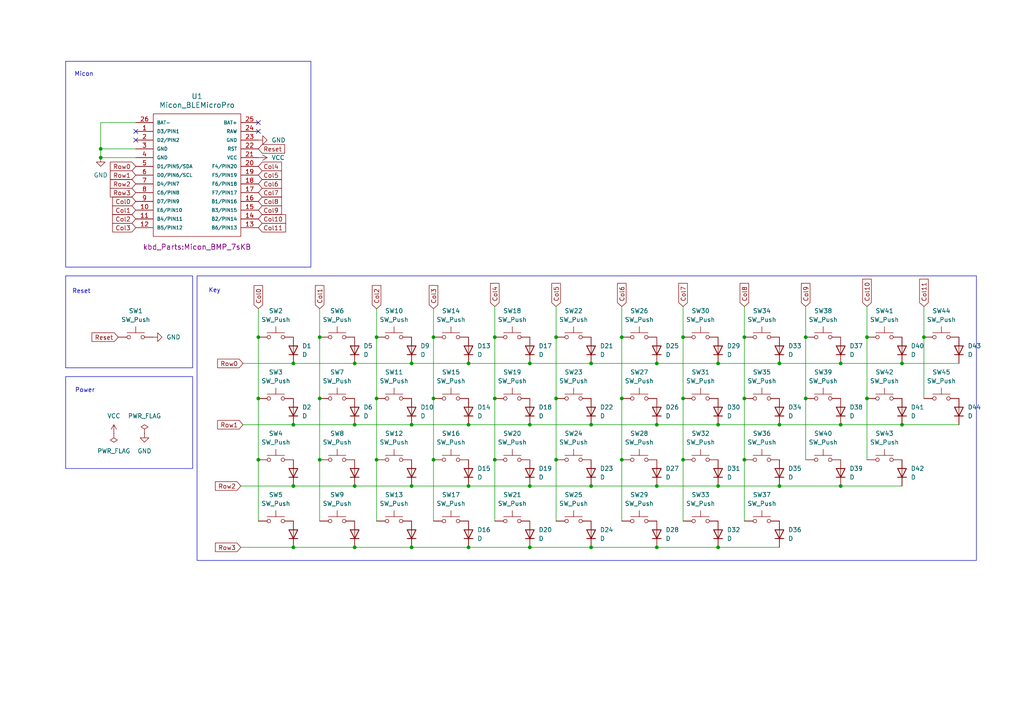
<source format=kicad_sch>
(kicad_sch (version 20231120) (generator "eeschema") (generator_version "8.0")
  (paper "A4")
  (lib_symbols
    (symbol "Device:D" (pin_numbers hide) (pin_names (offset 1.016) hide)
      (property "Reference" "D" (at 0 2.54 0))
      (property "Value" "D" (at 0 -2.54 0))
      (symbol "D_0_1"
        (polyline (pts (xy -1.27 1.27) (xy -1.27 -1.27)) (stroke (width 0.254)))
        (polyline (pts (xy 1.27 0) (xy -1.27 0)))
        (polyline (pts (xy 1.27 1.27) (xy 1.27 -1.27) (xy -1.27 0) (xy 1.27 1.27)) (stroke (width 0.254)))
      )
      (symbol "D_1_1"
        (pin passive line (at -3.81 0 0) (length 2.54) (name "K") (number "1"))
        (pin passive line (at 3.81 0 180) (length 2.54) (name "A") (number "2"))
      )
    )
    (symbol "Salicylic_kbd:Micon_BLEMicroPro" (pin_names (offset 1.016))
      (property "Reference" "U" (at 0 26.67 0))
      (property "Value" "Micon_BLEMicroPro" (at 0 -13.97 0))
      (symbol "Micon_BLEMicroPro_0_1"
        (rectangle (start 12.7 24.13) (end -12.7 -11.43))
      )
      (symbol "Micon_BLEMicroPro_1_1"
        (pin bidirectional line (at -17.78 19.05 0) (length 5.08) (name "D3/PIN1") (number "1"))
        (pin bidirectional line (at -17.78 -3.81 0) (length 5.08) (name "E6/PIN10") (number "10"))
        (pin bidirectional line (at -17.78 -6.35 0) (length 5.08) (name "B4/PIN11") (number "11"))
        (pin bidirectional line (at -17.78 -8.89 0) (length 5.08) (name "B5/PIN12") (number "12"))
        (pin bidirectional line (at 17.78 -8.89 180) (length 5.08) (name "B6/PIN13") (number "13"))
        (pin bidirectional line (at 17.78 -6.35 180) (length 5.08) (name "B2/PIN14") (number "14"))
        (pin bidirectional line (at 17.78 -3.81 180) (length 5.08) (name "B3/PIN15") (number "15"))
        (pin bidirectional line (at 17.78 -1.27 180) (length 5.08) (name "B1/PIN16") (number "16"))
        (pin bidirectional line (at 17.78 1.27 180) (length 5.08) (name "F7/PIN17") (number "17"))
        (pin bidirectional line (at 17.78 3.81 180) (length 5.08) (name "F6/PIN18") (number "18"))
        (pin bidirectional line (at 17.78 6.35 180) (length 5.08) (name "F5/PIN19") (number "19"))
        (pin bidirectional line (at -17.78 16.51 0) (length 5.08) (name "D2/PIN2") (number "2"))
        (pin bidirectional line (at 17.78 8.89 180) (length 5.08) (name "F4/PIN20") (number "20"))
        (pin power_in line (at 17.78 11.43 180) (length 5.08) (name "VCC") (number "21"))
        (pin input line (at 17.78 13.97 180) (length 5.08) (name "RST") (number "22"))
        (pin power_in line (at 17.78 16.51 180) (length 5.08) (name "GND") (number "23"))
        (pin power_out line (at 17.78 19.05 180) (length 5.08) (name "RAW") (number "24"))
        (pin input line (at 17.78 21.59 180) (length 5.08) (name "BAT+") (number "25"))
        (pin input line (at -17.78 21.59 0) (length 5.08) (name "BAT-") (number "26"))
        (pin power_in line (at -17.78 13.97 0) (length 5.08) (name "GND") (number "3"))
        (pin power_in line (at -17.78 11.43 0) (length 5.08) (name "GND") (number "4"))
        (pin bidirectional line (at -17.78 8.89 0) (length 5.08) (name "D1/PIN5/SDA") (number "5"))
        (pin bidirectional line (at -17.78 6.35 0) (length 5.08) (name "D0/PIN6/SCL") (number "6"))
        (pin bidirectional line (at -17.78 3.81 0) (length 5.08) (name "D4/PIN7") (number "7"))
        (pin bidirectional line (at -17.78 1.27 0) (length 5.08) (name "C6/PIN8") (number "8"))
        (pin bidirectional line (at -17.78 -1.27 0) (length 5.08) (name "D7/PIN9") (number "9"))
      )
    )
    (symbol "Switch:SW_Push" (pin_numbers hide) (pin_names (offset 1.016) hide)
      (property "Reference" "SW" (at 1.27 2.54 0))
      (property "Value" "SW_Push" (at 0 -1.524 0))
      (symbol "SW_Push_0_1"
        (circle (center -2.032 0) (radius 0.508))
        (polyline (pts (xy 0 1.27) (xy 0 3.048)))
        (polyline (pts (xy 2.54 1.27) (xy -2.54 1.27)))
        (circle (center 2.032 0) (radius 0.508))
        (pin passive line (at -5.08 0 0) (length 2.54) (name "1") (number "1"))
        (pin passive line (at 5.08 0 180) (length 2.54) (name "2") (number "2"))
      )
    )
    (symbol "power:GND" (power) (pin_names (offset 0))
      (property "Value" "GND" (at 0 -3.81 0))
      (symbol "GND_0_1"
        (polyline (pts (xy 0 0) (xy 0 -1.27) (xy 1.27 -1.27) (xy 0 -2.54) (xy -1.27 -1.27) (xy 0 -1.27)))
      )
      (symbol "GND_1_1"
        (pin power_in line (at 0 0 270) (length 0) hide (name "GND") (number "1"))
      )
    )
    (symbol "power:PWR_FLAG" (power) (pin_numbers hide) (pin_names (offset 0) hide)
      (property "Value" "PWR_FLAG" (at 0 3.81 0))
      (symbol "PWR_FLAG_0_0"
        (pin power_out line (at 0 0 90) (length 0) (name "pwr") (number "1"))
      )
      (symbol "PWR_FLAG_0_1"
        (polyline (pts (xy 0 0) (xy 0 1.27) (xy -1.016 1.905) (xy 0 2.54) (xy 1.016 1.905) (xy 0 1.27)))
      )
    )
    (symbol "power:VCC" (power) (pin_names (offset 0))
      (property "Value" "VCC" (at 0 3.81 0))
      (symbol "VCC_0_1"
        (polyline (pts (xy -0.762 1.27) (xy 0 2.54)))
        (polyline (pts (xy 0 0) (xy 0 2.54)))
        (polyline (pts (xy 0 2.54) (xy 0.762 1.27)))
      )
      (symbol "VCC_1_1"
        (pin power_in line (at 0 0 90) (length 0) hide (name "VCC") (number "1"))
      )
    )
  )
  (junction (at 143.51 115.57))
  (junction (at 161.29 133.35))
  (junction (at 171.45 123.19))
  (junction (at 92.71 97.79))
  (junction (at 119.38 123.19))
  (junction (at 215.9 97.79))
  (junction (at 125.73 133.35))
  (junction (at 119.38 140.97))
  (junction (at 208.28 123.19))
  (junction (at 190.5 105.41))
  (junction (at 251.46 97.79))
  (junction (at 135.89 158.75))
  (junction (at 92.71 115.57))
  (junction (at 171.45 158.75))
  (junction (at 233.68 97.79))
  (junction (at 135.89 123.19))
  (junction (at 243.84 140.97))
  (junction (at 261.62 123.19))
  (junction (at 74.93 133.35))
  (junction (at 180.34 133.35))
  (junction (at 267.97 97.79))
  (junction (at 119.38 158.75))
  (junction (at 198.12 115.57))
  (junction (at 208.28 105.41))
  (junction (at 226.06 105.41))
  (junction (at 92.71 133.35))
  (junction (at 180.34 115.57))
  (junction (at 190.5 158.75))
  (junction (at 198.12 133.35))
  (junction (at 135.89 140.97))
  (junction (at 102.87 123.19))
  (junction (at 125.73 115.57))
  (junction (at 85.09 140.97))
  (junction (at 171.45 105.41))
  (junction (at 153.67 105.41))
  (junction (at 143.51 133.35))
  (junction (at 143.51 97.79))
  (junction (at 190.5 140.97))
  (junction (at 125.73 97.79))
  (junction (at 251.46 115.57))
  (junction (at 135.89 105.41))
  (junction (at 226.06 123.19))
  (junction (at 171.45 140.97))
  (junction (at 208.28 158.75))
  (junction (at 243.84 105.41))
  (junction (at 109.22 115.57))
  (junction (at 215.9 133.35))
  (junction (at 161.29 115.57))
  (junction (at 29.21 43.18))
  (junction (at 109.22 133.35))
  (junction (at 153.67 123.19))
  (junction (at 233.68 115.57))
  (junction (at 190.5 123.19))
  (junction (at 85.09 158.75))
  (junction (at 215.9 115.57))
  (junction (at 153.67 158.75))
  (junction (at 109.22 97.79))
  (junction (at 226.06 140.97))
  (junction (at 180.34 97.79))
  (junction (at 261.62 105.41))
  (junction (at 161.29 97.79))
  (junction (at 208.28 140.97))
  (junction (at 153.67 140.97))
  (junction (at 74.93 97.79))
  (junction (at 29.21 45.72))
  (junction (at 102.87 105.41))
  (junction (at 243.84 123.19))
  (junction (at 102.87 158.75))
  (junction (at 85.09 123.19))
  (junction (at 102.87 140.97))
  (junction (at 85.09 105.41))
  (junction (at 198.12 97.79))
  (junction (at 74.93 115.57))
  (junction (at 119.38 105.41))
  (no_connect (at 74.93 35.56))
  (no_connect (at 39.37 40.64))
  (no_connect (at 39.37 38.1))
  (no_connect (at 74.93 38.1))
  (wire (pts (xy 119.38 105.41) (xy 135.89 105.41)))
  (wire (pts (xy 102.87 123.19) (xy 119.38 123.19)))
  (wire (pts (xy 171.45 158.75) (xy 190.5 158.75)))
  (wire (pts (xy 215.9 115.57) (xy 215.9 133.35)))
  (wire (pts (xy 74.93 97.79) (xy 74.93 115.57)))
  (wire (pts (xy 85.09 123.19) (xy 102.87 123.19)))
  (wire (pts (xy 190.5 105.41) (xy 208.28 105.41)))
  (wire (pts (xy 119.38 158.75) (xy 135.89 158.75)))
  (wire (pts (xy 85.09 158.75) (xy 102.87 158.75)))
  (wire (pts (xy 92.71 133.35) (xy 92.71 151.13)))
  (wire (pts (xy 119.38 140.97) (xy 135.89 140.97)))
  (wire (pts (xy 143.51 115.57) (xy 143.51 133.35)))
  (wire (pts (xy 74.93 115.57) (xy 74.93 133.35)))
  (wire (pts (xy 208.28 123.19) (xy 226.06 123.19)))
  (wire (pts (xy 109.22 89.535) (xy 109.22 97.79)))
  (wire (pts (xy 161.29 115.57) (xy 161.29 133.35)))
  (wire (pts (xy 39.37 35.56) (xy 29.21 35.56)))
  (wire (pts (xy 74.93 133.35) (xy 74.93 151.13)))
  (wire (pts (xy 171.45 105.41) (xy 190.5 105.41)))
  (wire (pts (xy 153.67 105.41) (xy 135.89 105.41)))
  (wire (pts (xy 161.29 97.79) (xy 161.29 115.57)))
  (wire (pts (xy 226.06 123.19) (xy 243.84 123.19)))
  (wire (pts (xy 215.9 88.9) (xy 215.9 97.79)))
  (wire (pts (xy 125.73 115.57) (xy 125.73 133.35)))
  (wire (pts (xy 92.71 97.79) (xy 92.71 115.57)))
  (wire (pts (xy 251.46 88.9) (xy 251.46 97.79)))
  (wire (pts (xy 143.51 133.35) (xy 143.51 151.13)))
  (wire (pts (xy 119.38 123.19) (xy 135.89 123.19)))
  (wire (pts (xy 135.89 140.97) (xy 153.67 140.97)))
  (wire (pts (xy 109.22 133.35) (xy 109.22 151.13)))
  (wire (pts (xy 190.5 123.19) (xy 208.28 123.19)))
  (wire (pts (xy 69.85 140.97) (xy 85.09 140.97)))
  (wire (pts (xy 243.84 140.97) (xy 261.62 140.97)))
  (wire (pts (xy 198.12 97.79) (xy 198.12 115.57)))
  (wire (pts (xy 215.9 97.79) (xy 215.9 115.57)))
  (wire (pts (xy 251.46 115.57) (xy 251.46 133.35)))
  (wire (pts (xy 261.62 123.19) (xy 278.13 123.19)))
  (wire (pts (xy 171.45 123.19) (xy 190.5 123.19)))
  (wire (pts (xy 102.87 105.41) (xy 119.38 105.41)))
  (wire (pts (xy 180.34 115.57) (xy 180.34 133.35)))
  (wire (pts (xy 135.89 158.75) (xy 153.67 158.75)))
  (wire (pts (xy 143.51 97.79) (xy 143.51 115.57)))
  (wire (pts (xy 243.84 123.19) (xy 261.62 123.19)))
  (wire (pts (xy 85.09 140.97) (xy 102.87 140.97)))
  (wire (pts (xy 29.21 45.72) (xy 39.37 45.72)))
  (wire (pts (xy 125.73 133.35) (xy 125.73 151.13)))
  (wire (pts (xy 190.5 140.97) (xy 208.28 140.97)))
  (wire (pts (xy 261.62 105.41) (xy 278.13 105.41)))
  (wire (pts (xy 29.21 35.56) (xy 29.21 43.18)))
  (wire (pts (xy 233.68 97.79) (xy 233.68 115.57)))
  (wire (pts (xy 143.51 88.9) (xy 143.51 97.79)))
  (wire (pts (xy 102.87 158.75) (xy 119.38 158.75)))
  (wire (pts (xy 198.12 115.57) (xy 198.12 133.35)))
  (wire (pts (xy 208.28 140.97) (xy 226.06 140.97)))
  (wire (pts (xy 85.09 105.41) (xy 102.87 105.41)))
  (wire (pts (xy 109.22 97.79) (xy 109.22 115.57)))
  (wire (pts (xy 92.71 89.535) (xy 92.71 97.79)))
  (wire (pts (xy 161.29 88.9) (xy 161.29 97.79)))
  (wire (pts (xy 161.29 133.35) (xy 161.29 151.13)))
  (wire (pts (xy 125.73 97.79) (xy 125.73 115.57)))
  (wire (pts (xy 267.97 97.79) (xy 267.97 115.57)))
  (wire (pts (xy 153.67 105.41) (xy 171.45 105.41)))
  (wire (pts (xy 198.12 88.9) (xy 198.12 97.79)))
  (wire (pts (xy 180.34 88.9) (xy 180.34 97.79)))
  (wire (pts (xy 153.67 158.75) (xy 171.45 158.75)))
  (wire (pts (xy 198.12 133.35) (xy 198.12 151.13)))
  (wire (pts (xy 92.71 115.57) (xy 92.71 133.35)))
  (wire (pts (xy 215.9 133.35) (xy 215.9 151.13)))
  (wire (pts (xy 226.06 105.41) (xy 243.84 105.41)))
  (wire (pts (xy 233.68 88.9) (xy 233.68 97.79)))
  (wire (pts (xy 190.5 158.75) (xy 208.28 158.75)))
  (wire (pts (xy 226.06 140.97) (xy 243.84 140.97)))
  (wire (pts (xy 125.73 89.535) (xy 125.73 97.79)))
  (wire (pts (xy 180.34 133.35) (xy 180.34 151.13)))
  (wire (pts (xy 74.93 89.535) (xy 74.93 97.79)))
  (wire (pts (xy 29.21 43.18) (xy 39.37 43.18)))
  (wire (pts (xy 153.67 123.19) (xy 171.45 123.19)))
  (wire (pts (xy 267.97 88.9) (xy 267.97 97.79)))
  (wire (pts (xy 69.85 158.75) (xy 85.09 158.75)))
  (wire (pts (xy 208.28 158.75) (xy 226.06 158.75)))
  (wire (pts (xy 153.67 140.97) (xy 171.45 140.97)))
  (wire (pts (xy 233.68 115.57) (xy 233.68 133.35)))
  (wire (pts (xy 29.21 43.18) (xy 29.21 45.72)))
  (wire (pts (xy 243.84 105.41) (xy 261.62 105.41)))
  (wire (pts (xy 70.485 123.19) (xy 85.09 123.19)))
  (wire (pts (xy 171.45 140.97) (xy 190.5 140.97)))
  (wire (pts (xy 135.89 123.19) (xy 153.67 123.19)))
  (wire (pts (xy 109.22 115.57) (xy 109.22 133.35)))
  (wire (pts (xy 102.87 140.97) (xy 119.38 140.97)))
  (wire (pts (xy 251.46 97.79) (xy 251.46 115.57)))
  (wire (pts (xy 70.485 105.41) (xy 85.09 105.41)))
  (wire (pts (xy 208.28 105.41) (xy 226.06 105.41)))
  (wire (pts (xy 180.34 97.79) (xy 180.34 115.57)))
  (rectangle (start 19.05 80.01) (end 55.88 106.68))
  (rectangle (start 19.05 109.22) (end 55.88 135.89))
  (rectangle (start 57.15 80.01) (end 283.21 162.56))
  (rectangle (start 19.05 17.78) (end 90.17 77.47))
  (text "Power" (at 24.638 113.284 0) (effects (font (size 1.27 1.27))))
  (text "Micon" (at 24.384 21.59 0) (effects (font (size 1.27 1.27))))
  (text "Reset" (at 23.622 84.582 0) (effects (font (size 1.27 1.27))))
  (text "Key" (at 62.23 84.328 0) (effects (font (size 1.27 1.27))))
  (global_label "Col1" (shape input) (at 39.37 60.96 180) (property "Intersheetrefs" "${INTERSHEET_REFS}" (effects (hide yes))))
  (global_label "Col10" (shape input) (at 251.46 88.9 90) (property "Intersheetrefs" "${INTERSHEET_REFS}" (effects (hide yes))))
  (global_label "Row3" (shape input) (at 39.37 55.88 180) (property "Intersheetrefs" "${INTERSHEET_REFS}" (effects (hide yes))))
  (global_label "Col8" (shape input) (at 215.9 88.9 90) (property "Intersheetrefs" "${INTERSHEET_REFS}" (effects (hide yes))))
  (global_label "Col2" (shape input) (at 39.37 63.5 180) (property "Intersheetrefs" "${INTERSHEET_REFS}" (effects (hide yes))))
  (global_label "Row3" (shape input) (at 69.85 158.75 180) (property "Intersheetrefs" "${INTERSHEET_REFS}" (effects (hide yes))))
  (global_label "Col6" (shape input) (at 74.93 53.34 0) (property "Intersheetrefs" "${INTERSHEET_REFS}" (effects (hide yes))))
  (global_label "Col6" (shape input) (at 180.34 88.9 90) (property "Intersheetrefs" "${INTERSHEET_REFS}" (effects (hide yes))))
  (global_label "Row2" (shape input) (at 39.37 53.34 180) (property "Intersheetrefs" "${INTERSHEET_REFS}" (effects (hide yes))))
  (global_label "Col4" (shape input) (at 143.51 88.9 90) (property "Intersheetrefs" "${INTERSHEET_REFS}" (effects (hide yes))))
  (global_label "Row1" (shape input) (at 70.485 123.19 180) (property "Intersheetrefs" "${INTERSHEET_REFS}" (effects (hide yes))))
  (global_label "Row0" (shape input) (at 70.485 105.41 180) (property "Intersheetrefs" "${INTERSHEET_REFS}" (effects (hide yes))))
  (global_label "Col0" (shape input) (at 74.93 89.535 90) (property "Intersheetrefs" "${INTERSHEET_REFS}" (effects (hide yes))))
  (global_label "Col5" (shape input) (at 161.29 88.9 90) (property "Intersheetrefs" "${INTERSHEET_REFS}" (effects (hide yes))))
  (global_label "Col11" (shape input) (at 74.93 66.04 0) (property "Intersheetrefs" "${INTERSHEET_REFS}" (effects (hide yes))))
  (global_label "Col3" (shape input) (at 125.73 89.535 90) (property "Intersheetrefs" "${INTERSHEET_REFS}" (effects (hide yes))))
  (global_label "Col2" (shape input) (at 109.22 89.535 90) (property "Intersheetrefs" "${INTERSHEET_REFS}" (effects (hide yes))))
  (global_label "Col7" (shape input) (at 198.12 88.9 90) (property "Intersheetrefs" "${INTERSHEET_REFS}" (effects (hide yes))))
  (global_label "Col9" (shape input) (at 233.68 88.9 90) (property "Intersheetrefs" "${INTERSHEET_REFS}" (effects (hide yes))))
  (global_label "Col3" (shape input) (at 39.37 66.04 180) (property "Intersheetrefs" "${INTERSHEET_REFS}" (effects (hide yes))))
  (global_label "Row1" (shape input) (at 39.37 50.8 180) (property "Intersheetrefs" "${INTERSHEET_REFS}" (effects (hide yes))))
  (global_label "Col1" (shape input) (at 92.71 89.535 90) (property "Intersheetrefs" "${INTERSHEET_REFS}" (effects (hide yes))))
  (global_label "Row2" (shape input) (at 69.85 140.97 180) (property "Intersheetrefs" "${INTERSHEET_REFS}" (effects (hide yes))))
  (global_label "Row0" (shape input) (at 39.37 48.26 180) (property "Intersheetrefs" "${INTERSHEET_REFS}" (effects (hide yes))))
  (global_label "Col4" (shape input) (at 74.93 48.26 0) (property "Intersheetrefs" "${INTERSHEET_REFS}" (effects (hide yes))))
  (global_label "Col5" (shape input) (at 74.93 50.8 0) (property "Intersheetrefs" "${INTERSHEET_REFS}" (effects (hide yes))))
  (global_label "Col9" (shape input) (at 74.93 60.96 0) (property "Intersheetrefs" "${INTERSHEET_REFS}" (effects (hide yes))))
  (global_label "Col7" (shape input) (at 74.93 55.88 0) (property "Intersheetrefs" "${INTERSHEET_REFS}" (effects (hide yes))))
  (global_label "Col0" (shape input) (at 39.37 58.42 180) (property "Intersheetrefs" "${INTERSHEET_REFS}" (effects (hide yes))))
  (global_label "Col8" (shape input) (at 74.93 58.42 0) (property "Intersheetrefs" "${INTERSHEET_REFS}" (effects (hide yes))))
  (global_label "Reset" (shape input) (at 74.93 43.18 0) (property "Intersheetrefs" "${INTERSHEET_REFS}" (effects (hide yes))))
  (global_label "Col11" (shape input) (at 267.97 88.9 90) (property "Intersheetrefs" "${INTERSHEET_REFS}" (effects (hide yes))))
  (global_label "Reset" (shape input) (at 34.29 97.79 180) (property "Intersheetrefs" "${INTERSHEET_REFS}" (effects (hide yes))))
  (global_label "Col10" (shape input) (at 74.93 63.5 0) (property "Intersheetrefs" "${INTERSHEET_REFS}" (effects (hide yes))))
  (symbol (lib_id "power:GND") (at 74.93 40.64 90) (unit 1)
    (property "Reference" "#PWR05" (effects (hide yes)))
    (property "Value" "GND" (at 78.74 40.64 90) (effects (justify right)))
  )
  (symbol (lib_id "Switch:SW_Push") (at 80.01 97.79 0) (unit 1)
    (property "Reference" "SW2" (at 80.01 90.17 0))
    (property "Value" "SW_Push" (at 80.01 92.71 0))
    (property "Footprint" "kbd_SW:CherryMX_Hotswap_1u" (effects (hide yes)))
  )
  (symbol (lib_id "Device:D") (at 190.5 101.6 90) (unit 1)
    (property "Reference" "D25" (at 193.04 100.33 90) (effects (justify right)))
    (property "Value" "D" (at 193.04 102.87 90) (effects (justify right)))
    (property "Footprint" "kbd_Parts:Diode_SMD" (effects (hide yes)))
    (property "Sim.Device" "D" (effects (hide yes)))
    (property "Sim.Pins" "1=K 2=A" (effects (hide yes)))
  )
  (symbol (lib_id "Switch:SW_Push") (at 130.81 133.35 0) (unit 1)
    (property "Reference" "SW16" (at 130.81 125.73 0))
    (property "Value" "SW_Push" (at 130.81 128.27 0))
    (property "Footprint" "kbd_SW:CherryMX_Hotswap_1u" (effects (hide yes)))
  )
  (symbol (lib_id "Switch:SW_Push") (at 256.54 97.79 0) (unit 1)
    (property "Reference" "SW41" (at 256.54 90.17 0))
    (property "Value" "SW_Push" (at 256.54 92.71 0))
    (property "Footprint" "kbd_SW:CherryMX_Hotswap_1u" (effects (hide yes)))
  )
  (symbol (lib_id "Device:D") (at 171.45 154.94 90) (unit 1)
    (property "Reference" "D24" (at 173.99 153.67 90) (effects (justify right)))
    (property "Value" "D" (at 173.99 156.21 90) (effects (justify right)))
    (property "Footprint" "kbd_Parts:Diode_SMD" (effects (hide yes)))
    (property "Sim.Device" "D" (effects (hide yes)))
    (property "Sim.Pins" "1=K 2=A" (effects (hide yes)))
  )
  (symbol (lib_id "power:PWR_FLAG") (at 33.02 125.73 180) (unit 1)
    (property "Reference" "#FLG01" (effects (hide yes)))
    (property "Value" "PWR_FLAG" (at 33.02 130.81 0))
  )
  (symbol (lib_id "Device:D") (at 208.28 119.38 90) (unit 1)
    (property "Reference" "D30" (at 210.82 118.11 90) (effects (justify right)))
    (property "Value" "D" (at 210.82 120.65 90) (effects (justify right)))
    (property "Footprint" "kbd_Parts:Diode_SMD" (effects (hide yes)))
    (property "Sim.Device" "D" (effects (hide yes)))
    (property "Sim.Pins" "1=K 2=A" (effects (hide yes)))
  )
  (symbol (lib_id "Device:D") (at 102.87 101.6 90) (unit 1)
    (property "Reference" "D5" (at 105.41 100.33 90) (effects (justify right)))
    (property "Value" "D" (at 105.41 102.87 90) (effects (justify right)))
    (property "Footprint" "kbd_Parts:Diode_SMD" (effects (hide yes)))
    (property "Sim.Device" "D" (effects (hide yes)))
    (property "Sim.Pins" "1=K 2=A" (effects (hide yes)))
  )
  (symbol (lib_id "Switch:SW_Push") (at 185.42 151.13 0) (unit 1)
    (property "Reference" "SW29" (at 185.42 143.51 0))
    (property "Value" "SW_Push" (at 185.42 146.05 0))
    (property "Footprint" "kbd_SW:CherryMX_Hotswap_1.25u" (effects (hide yes)))
  )
  (symbol (lib_id "Switch:SW_Push") (at 114.3 115.57 0) (unit 1)
    (property "Reference" "SW11" (at 114.3 107.95 0))
    (property "Value" "SW_Push" (at 114.3 110.49 0))
    (property "Footprint" "kbd_SW:CherryMX_Hotswap_1u" (effects (hide yes)))
  )
  (symbol (lib_id "Device:D") (at 208.28 101.6 90) (unit 1)
    (property "Reference" "D29" (at 210.82 100.33 90) (effects (justify right)))
    (property "Value" "D" (at 210.82 102.87 90) (effects (justify right)))
    (property "Footprint" "kbd_Parts:Diode_SMD" (effects (hide yes)))
    (property "Sim.Device" "D" (effects (hide yes)))
    (property "Sim.Pins" "1=K 2=A" (effects (hide yes)))
  )
  (symbol (lib_id "Switch:SW_Push") (at 220.98 133.35 0) (unit 1)
    (property "Reference" "SW36" (at 220.98 125.73 0))
    (property "Value" "SW_Push" (at 220.98 128.27 0))
    (property "Footprint" "kbd_SW:CherryMX_Hotswap_1u" (effects (hide yes)))
  )
  (symbol (lib_id "Device:D") (at 119.38 137.16 90) (unit 1)
    (property "Reference" "D11" (effects (hide yes)))
    (property "Value" "D" (effects (hide yes)))
    (property "Footprint" "kbd_Parts:Diode_SMD" (effects (hide yes)))
    (property "Sim.Device" "D" (effects (hide yes)))
    (property "Sim.Pins" "1=K 2=A" (effects (hide yes)))
  )
  (symbol (lib_id "Device:D") (at 135.89 119.38 90) (unit 1)
    (property "Reference" "D14" (at 138.43 118.11 90) (effects (justify right)))
    (property "Value" "D" (at 138.43 120.65 90) (effects (justify right)))
    (property "Footprint" "kbd_Parts:Diode_SMD" (effects (hide yes)))
    (property "Sim.Device" "D" (effects (hide yes)))
    (property "Sim.Pins" "1=K 2=A" (effects (hide yes)))
  )
  (symbol (lib_id "Device:D") (at 85.09 101.6 90) (unit 1)
    (property "Reference" "D1" (at 87.63 100.33 90) (effects (justify right)))
    (property "Value" "D" (at 87.63 102.87 90) (effects (justify right)))
    (property "Footprint" "kbd_Parts:Diode_SMD" (effects (hide yes)))
    (property "Sim.Device" "D" (effects (hide yes)))
    (property "Sim.Pins" "1=K 2=A" (effects (hide yes)))
  )
  (symbol (lib_id "Device:D") (at 135.89 154.94 90) (unit 1)
    (property "Reference" "D16" (at 138.43 153.67 90) (effects (justify right)))
    (property "Value" "D" (at 138.43 156.21 90) (effects (justify right)))
    (property "Footprint" "kbd_Parts:Diode_SMD" (effects (hide yes)))
    (property "Sim.Device" "D" (effects (hide yes)))
    (property "Sim.Pins" "1=K 2=A" (effects (hide yes)))
  )
  (symbol (lib_id "Switch:SW_Push") (at 166.37 151.13 0) (unit 1)
    (property "Reference" "SW25" (at 166.37 143.51 0))
    (property "Value" "SW_Push" (at 166.37 146.05 0))
    (property "Footprint" "kbd_SW:CherryMX_Hotswap_2u" (effects (hide yes)))
  )
  (symbol (lib_id "Switch:SW_Push") (at 148.59 115.57 0) (unit 1)
    (property "Reference" "SW19" (at 148.59 107.95 0))
    (property "Value" "SW_Push" (at 148.59 110.49 0))
    (property "Footprint" "kbd_SW:CherryMX_Hotswap_1u" (effects (hide yes)))
  )
  (symbol (lib_id "Device:D") (at 243.84 119.38 90) (unit 1)
    (property "Reference" "D38" (at 246.38 118.11 90) (effects (justify right)))
    (property "Value" "D" (at 246.38 120.65 90) (effects (justify right)))
    (property "Footprint" "kbd_Parts:Diode_SMD" (effects (hide yes)))
    (property "Sim.Device" "D" (effects (hide yes)))
    (property "Sim.Pins" "1=K 2=A" (effects (hide yes)))
  )
  (symbol (lib_id "Switch:SW_Push") (at 238.76 97.79 0) (unit 1)
    (property "Reference" "SW38" (at 238.76 90.17 0))
    (property "Value" "SW_Push" (at 238.76 92.71 0))
    (property "Footprint" "kbd_SW:CherryMX_Hotswap_1u" (effects (hide yes)))
  )
  (symbol (lib_id "Device:D") (at 226.06 154.94 90) (unit 1)
    (property "Reference" "D36" (at 228.6 153.67 90) (effects (justify right)))
    (property "Value" "D" (at 228.6 156.21 90) (effects (justify right)))
    (property "Footprint" "kbd_Parts:Diode_SMD" (effects (hide yes)))
    (property "Sim.Device" "D" (effects (hide yes)))
    (property "Sim.Pins" "1=K 2=A" (effects (hide yes)))
  )
  (symbol (lib_id "Device:D") (at 190.5 154.94 90) (unit 1)
    (property "Reference" "D28" (at 193.04 153.67 90) (effects (justify right)))
    (property "Value" "D" (at 193.04 156.21 90) (effects (justify right)))
    (property "Footprint" "kbd_Parts:Diode_SMD" (effects (hide yes)))
    (property "Sim.Device" "D" (effects (hide yes)))
    (property "Sim.Pins" "1=K 2=A" (effects (hide yes)))
  )
  (symbol (lib_id "Switch:SW_Push") (at 97.79 151.13 0) (unit 1)
    (property "Reference" "SW9" (at 97.79 143.51 0))
    (property "Value" "SW_Push" (at 97.79 146.05 0))
    (property "Footprint" "kbd_SW:CherryMX_Hotswap_1.25u" (effects (hide yes)))
  )
  (symbol (lib_id "Switch:SW_Push") (at 238.76 133.35 0) (unit 1)
    (property "Reference" "SW40" (at 238.76 125.73 0))
    (property "Value" "SW_Push" (at 238.76 128.27 0))
    (property "Footprint" "kbd_SW:CherryMX_Hotswap_1u" (effects (hide yes)))
  )
  (symbol (lib_id "Switch:SW_Push") (at 97.79 115.57 0) (unit 1)
    (property "Reference" "SW7" (at 97.79 107.95 0))
    (property "Value" "SW_Push" (at 97.79 110.49 0))
    (property "Footprint" "kbd_SW:CherryMX_Hotswap_1u" (effects (hide yes)))
  )
  (symbol (lib_id "Switch:SW_Push") (at 185.42 115.57 0) (unit 1)
    (property "Reference" "SW27" (at 185.42 107.95 0))
    (property "Value" "SW_Push" (at 185.42 110.49 0))
    (property "Footprint" "kbd_SW:CherryMX_Hotswap_1u" (effects (hide yes)))
  )
  (symbol (lib_id "Device:D") (at 243.84 137.16 90) (unit 1)
    (property "Reference" "D39" (at 246.38 135.89 90) (effects (justify right)))
    (property "Value" "D" (at 246.38 138.43 90) (effects (justify right)))
    (property "Footprint" "kbd_Parts:Diode_SMD" (effects (hide yes)))
    (property "Sim.Device" "D" (effects (hide yes)))
    (property "Sim.Pins" "1=K 2=A" (effects (hide yes)))
  )
  (symbol (lib_id "power:GND") (at 44.45 97.79 90) (unit 1)
    (property "Reference" "#PWR04" (effects (hide yes)))
    (property "Value" "GND" (at 48.26 97.79 90) (effects (justify right)))
  )
  (symbol (lib_id "Device:D") (at 190.5 119.38 90) (unit 1)
    (property "Reference" "D26" (at 193.04 118.11 90) (effects (justify right)))
    (property "Value" "D" (at 193.04 120.65 90) (effects (justify right)))
    (property "Footprint" "kbd_Parts:Diode_SMD" (effects (hide yes)))
    (property "Sim.Device" "D" (effects (hide yes)))
    (property "Sim.Pins" "1=K 2=A" (effects (hide yes)))
  )
  (symbol (lib_id "Switch:SW_Push") (at 185.42 97.79 0) (unit 1)
    (property "Reference" "SW26" (at 185.42 90.17 0))
    (property "Value" "SW_Push" (at 185.42 92.71 0))
    (property "Footprint" "kbd_SW:CherryMX_Hotswap_1u" (effects (hide yes)))
  )
  (symbol (lib_id "Switch:SW_Push") (at 166.37 97.79 0) (unit 1)
    (property "Reference" "SW22" (at 166.37 90.17 0))
    (property "Value" "SW_Push" (at 166.37 92.71 0))
    (property "Footprint" "kbd_SW:CherryMX_Hotswap_1u" (effects (hide yes)))
  )
  (symbol (lib_id "Switch:SW_Push") (at 148.59 97.79 0) (unit 1)
    (property "Reference" "SW18" (at 148.59 90.17 0))
    (property "Value" "SW_Push" (at 148.59 92.71 0))
    (property "Footprint" "kbd_SW:CherryMX_Hotswap_1u" (effects (hide yes)))
  )
  (symbol (lib_id "Switch:SW_Push") (at 148.59 133.35 0) (unit 1)
    (property "Reference" "SW20" (at 148.59 125.73 0))
    (property "Value" "SW_Push" (at 148.59 128.27 0))
    (property "Footprint" "kbd_SW:CherryMX_Hotswap_1u" (effects (hide yes)))
  )
  (symbol (lib_id "Device:D") (at 102.87 154.94 90) (unit 1)
    (property "Reference" "D8" (effects (hide yes)))
    (property "Value" "D" (effects (hide yes)))
    (property "Footprint" "kbd_Parts:Diode_SMD" (effects (hide yes)))
    (property "Sim.Device" "D" (effects (hide yes)))
    (property "Sim.Pins" "1=K 2=A" (effects (hide yes)))
  )
  (symbol (lib_id "Device:D") (at 171.45 119.38 90) (unit 1)
    (property "Reference" "D22" (at 173.99 118.11 90) (effects (justify right)))
    (property "Value" "D" (at 173.99 120.65 90) (effects (justify right)))
    (property "Footprint" "kbd_Parts:Diode_SMD" (effects (hide yes)))
    (property "Sim.Device" "D" (effects (hide yes)))
    (property "Sim.Pins" "1=K 2=A" (effects (hide yes)))
  )
  (symbol (lib_id "Device:D") (at 102.87 119.38 90) (unit 1)
    (property "Reference" "D6" (at 105.41 118.11 90) (effects (justify right)))
    (property "Value" "D" (at 105.41 120.65 90) (effects (justify right)))
    (property "Footprint" "kbd_Parts:Diode_SMD" (effects (hide yes)))
    (property "Sim.Device" "D" (effects (hide yes)))
    (property "Sim.Pins" "1=K 2=A" (effects (hide yes)))
  )
  (symbol (lib_id "Switch:SW_Push") (at 148.59 151.13 0) (unit 1)
    (property "Reference" "SW21" (at 148.59 143.51 0))
    (property "Value" "SW_Push" (at 148.59 146.05 0))
    (property "Footprint" "kbd_SW:CherryMX_Hotswap_1u" (effects (hide yes)))
  )
  (symbol (lib_id "Switch:SW_Push") (at 273.05 97.79 0) (unit 1)
    (property "Reference" "SW44" (at 273.05 90.17 0))
    (property "Value" "SW_Push" (at 273.05 92.71 0))
    (property "Footprint" "kbd_SW:CherryMX_Hotswap_1.5u" (effects (hide yes)))
  )
  (symbol (lib_id "Device:D") (at 85.09 154.94 90) (unit 1)
    (property "Reference" "D4" (effects (hide yes)))
    (property "Value" "D" (effects (hide yes)))
    (property "Footprint" "kbd_Parts:Diode_SMD" (effects (hide yes)))
    (property "Sim.Device" "D" (effects (hide yes)))
    (property "Sim.Pins" "1=K 2=A" (effects (hide yes)))
  )
  (symbol (lib_id "Device:D") (at 278.13 101.6 90) (unit 1)
    (property "Reference" "D43" (at 280.67 100.33 90) (effects (justify right)))
    (property "Value" "D" (at 280.67 102.87 90) (effects (justify right)))
    (property "Footprint" "kbd_Parts:Diode_SMD" (effects (hide yes)))
    (property "Sim.Device" "D" (effects (hide yes)))
    (property "Sim.Pins" "1=K 2=A" (effects (hide yes)))
  )
  (symbol (lib_id "Switch:SW_Push") (at 80.01 115.57 0) (unit 1)
    (property "Reference" "SW3" (at 80.01 107.95 0))
    (property "Value" "SW_Push" (at 80.01 110.49 0))
    (property "Footprint" "kbd_SW:CherryMX_Hotswap_1.25u" (effects (hide yes)))
  )
  (symbol (lib_id "Switch:SW_Push") (at 203.2 133.35 0) (unit 1)
    (property "Reference" "SW32" (at 203.2 125.73 0))
    (property "Value" "SW_Push" (at 203.2 128.27 0))
    (property "Footprint" "kbd_SW:CherryMX_Hotswap_1u" (effects (hide yes)))
  )
  (symbol (lib_id "power:PWR_FLAG") (at 41.91 125.73 0) (unit 1)
    (property "Reference" "#FLG02" (effects (hide yes)))
    (property "Value" "PWR_FLAG" (at 41.91 120.65 0))
  )
  (symbol (lib_id "Device:D") (at 85.09 119.38 90) (unit 1)
    (property "Reference" "D2" (at 87.63 118.11 90) (effects (justify right)))
    (property "Value" "D" (at 87.63 120.65 90) (effects (justify right)))
    (property "Footprint" "kbd_Parts:Diode_SMD" (effects (hide yes)))
    (property "Sim.Device" "D" (effects (hide yes)))
    (property "Sim.Pins" "1=K 2=A" (effects (hide yes)))
  )
  (symbol (lib_id "power:VCC") (at 33.02 125.73 0) (unit 1)
    (property "Reference" "#PWR02" (effects (hide yes)))
    (property "Value" "VCC" (at 33.02 120.65 0))
  )
  (symbol (lib_id "Device:D") (at 85.09 137.16 90) (unit 1)
    (property "Reference" "D3" (effects (hide yes)))
    (property "Value" "D" (effects (hide yes)))
    (property "Footprint" "kbd_Parts:Diode_SMD" (effects (hide yes)))
    (property "Sim.Device" "D" (effects (hide yes)))
    (property "Sim.Pins" "1=K 2=A" (effects (hide yes)))
  )
  (symbol (lib_id "Device:D") (at 102.87 137.16 90) (unit 1)
    (property "Reference" "D7" (effects (hide yes)))
    (property "Value" "D" (effects (hide yes)))
    (property "Footprint" "kbd_Parts:Diode_SMD" (effects (hide yes)))
    (property "Sim.Device" "D" (effects (hide yes)))
    (property "Sim.Pins" "1=K 2=A" (effects (hide yes)))
  )
  (symbol (lib_id "Switch:SW_Push") (at 114.3 151.13 0) (unit 1)
    (property "Reference" "SW13" (at 114.3 143.51 0))
    (property "Value" "SW_Push" (at 114.3 146.05 0))
    (property "Footprint" "kbd_SW:CherryMX_Hotswap_1.25u" (effects (hide yes)))
  )
  (symbol (lib_id "Device:D") (at 226.06 101.6 90) (unit 1)
    (property "Reference" "D33" (at 228.6 100.33 90) (effects (justify right)))
    (property "Value" "D" (at 228.6 102.87 90) (effects (justify right)))
    (property "Footprint" "kbd_Parts:Diode_SMD" (effects (hide yes)))
    (property "Sim.Device" "D" (effects (hide yes)))
    (property "Sim.Pins" "1=K 2=A" (effects (hide yes)))
  )
  (symbol (lib_id "Switch:SW_Push") (at 203.2 115.57 0) (unit 1)
    (property "Reference" "SW31" (at 203.2 107.95 0))
    (property "Value" "SW_Push" (at 203.2 110.49 0))
    (property "Footprint" "kbd_SW:CherryMX_Hotswap_1u" (effects (hide yes)))
  )
  (symbol (lib_id "Device:D") (at 153.67 119.38 90) (unit 1)
    (property "Reference" "D18" (at 156.21 118.11 90) (effects (justify right)))
    (property "Value" "D" (at 156.21 120.65 90) (effects (justify right)))
    (property "Footprint" "kbd_Parts:Diode_SMD" (effects (hide yes)))
    (property "Sim.Device" "D" (effects (hide yes)))
    (property "Sim.Pins" "1=K 2=A" (effects (hide yes)))
  )
  (symbol (lib_id "Switch:SW_Push") (at 185.42 133.35 0) (unit 1)
    (property "Reference" "SW28" (at 185.42 125.73 0))
    (property "Value" "SW_Push" (at 185.42 128.27 0))
    (property "Footprint" "kbd_SW:CherryMX_Hotswap_1u" (effects (hide yes)))
  )
  (symbol (lib_id "Device:D") (at 153.67 154.94 90) (unit 1)
    (property "Reference" "D20" (at 156.21 153.67 90) (effects (justify right)))
    (property "Value" "D" (at 156.21 156.21 90) (effects (justify right)))
    (property "Footprint" "kbd_Parts:Diode_SMD" (effects (hide yes)))
    (property "Sim.Device" "D" (effects (hide yes)))
    (property "Sim.Pins" "1=K 2=A" (effects (hide yes)))
  )
  (symbol (lib_id "Switch:SW_Push") (at 273.05 115.57 0) (unit 1)
    (property "Reference" "SW45" (at 273.05 107.95 0))
    (property "Value" "SW_Push" (at 273.05 110.49 0))
    (property "Footprint" "kbd_SW:CherryMX_Hotswap_1.25u" (effects (hide yes)))
  )
  (symbol (lib_id "power:GND") (at 29.21 45.72 0) (unit 1)
    (property "Reference" "#PWR01" (effects (hide yes)))
    (property "Value" "GND" (at 29.21 50.8 0))
  )
  (symbol (lib_id "Device:D") (at 208.28 154.94 90) (unit 1)
    (property "Reference" "D32" (at 210.82 153.67 90) (effects (justify right)))
    (property "Value" "D" (at 210.82 156.21 90) (effects (justify right)))
    (property "Footprint" "kbd_Parts:Diode_SMD" (effects (hide yes)))
    (property "Sim.Device" "D" (effects (hide yes)))
    (property "Sim.Pins" "1=K 2=A" (effects (hide yes)))
  )
  (symbol (lib_id "Switch:SW_Push") (at 114.3 97.79 0) (unit 1)
    (property "Reference" "SW10" (at 114.3 90.17 0))
    (property "Value" "SW_Push" (at 114.3 92.71 0))
    (property "Footprint" "kbd_SW:CherryMX_Hotswap_1u" (effects (hide yes)))
  )
  (symbol (lib_id "Device:D") (at 226.06 137.16 90) (unit 1)
    (property "Reference" "D35" (at 228.6 135.89 90) (effects (justify right)))
    (property "Value" "D" (at 228.6 138.43 90) (effects (justify right)))
    (property "Footprint" "kbd_Parts:Diode_SMD" (effects (hide yes)))
    (property "Sim.Device" "D" (effects (hide yes)))
    (property "Sim.Pins" "1=K 2=A" (effects (hide yes)))
  )
  (symbol (lib_id "Device:D") (at 153.67 137.16 90) (unit 1)
    (property "Reference" "D19" (at 156.21 135.89 90) (effects (justify right)))
    (property "Value" "D" (at 156.21 138.43 90) (effects (justify right)))
    (property "Footprint" "kbd_Parts:Diode_SMD" (effects (hide yes)))
    (property "Sim.Device" "D" (effects (hide yes)))
    (property "Sim.Pins" "1=K 2=A" (effects (hide yes)))
  )
  (symbol (lib_id "Device:D") (at 190.5 137.16 90) (unit 1)
    (property "Reference" "D27" (at 193.04 135.89 90) (effects (justify right)))
    (property "Value" "D" (at 193.04 138.43 90) (effects (justify right)))
    (property "Footprint" "kbd_Parts:Diode_SMD" (effects (hide yes)))
    (property "Sim.Device" "D" (effects (hide yes)))
    (property "Sim.Pins" "1=K 2=A" (effects (hide yes)))
  )
  (symbol (lib_id "Device:D") (at 278.13 119.38 90) (unit 1)
    (property "Reference" "D44" (at 280.67 118.11 90) (effects (justify right)))
    (property "Value" "D" (at 280.67 120.65 90) (effects (justify right)))
    (property "Footprint" "kbd_Parts:Diode_SMD" (effects (hide yes)))
    (property "Sim.Device" "D" (effects (hide yes)))
    (property "Sim.Pins" "1=K 2=A" (effects (hide yes)))
  )
  (symbol (lib_id "Device:D") (at 119.38 119.38 90) (unit 1)
    (property "Reference" "D10" (at 121.92 118.11 90) (effects (justify right)))
    (property "Value" "D" (at 121.92 120.65 90) (effects (justify right)))
    (property "Footprint" "kbd_Parts:Diode_SMD" (effects (hide yes)))
    (property "Sim.Device" "D" (effects (hide yes)))
    (property "Sim.Pins" "1=K 2=A" (effects (hide yes)))
  )
  (symbol (lib_id "Switch:SW_Push") (at 203.2 97.79 0) (unit 1)
    (property "Reference" "SW30" (at 203.2 90.17 0))
    (property "Value" "SW_Push" (at 203.2 92.71 0))
    (property "Footprint" "kbd_SW:CherryMX_Hotswap_1u" (effects (hide yes)))
  )
  (symbol (lib_id "Switch:SW_Push") (at 238.76 115.57 0) (unit 1)
    (property "Reference" "SW39" (at 238.76 107.95 0))
    (property "Value" "SW_Push" (at 238.76 110.49 0))
    (property "Footprint" "kbd_SW:CherryMX_Hotswap_1u" (effects (hide yes)))
  )
  (symbol (lib_id "Device:D") (at 261.62 119.38 90) (unit 1)
    (property "Reference" "D41" (at 264.16 118.11 90) (effects (justify right)))
    (property "Value" "D" (at 264.16 120.65 90) (effects (justify right)))
    (property "Footprint" "kbd_Parts:Diode_SMD" (effects (hide yes)))
    (property "Sim.Device" "D" (effects (hide yes)))
    (property "Sim.Pins" "1=K 2=A" (effects (hide yes)))
  )
  (symbol (lib_id "Switch:SW_Push") (at 80.01 133.35 0) (unit 1)
    (property "Reference" "SW4" (at 80.01 125.73 0))
    (property "Value" "SW_Push" (at 80.01 128.27 0))
    (property "Footprint" "kbd_SW:CherryMX_Hotswap_1.75u" (effects (hide yes)))
  )
  (symbol (lib_id "Switch:SW_Push") (at 39.37 97.79 0) (unit 1)
    (property "Reference" "SW1" (at 39.37 90.17 0))
    (property "Value" "SW_Push" (at 39.37 92.71 0))
    (property "Footprint" "kbd_Parts:ResetSW" (effects (hide yes)))
  )
  (symbol (lib_id "Switch:SW_Push") (at 256.54 133.35 0) (unit 1)
    (property "Reference" "SW43" (at 256.54 125.73 0))
    (property "Value" "SW_Push" (at 256.54 128.27 0))
    (property "Footprint" "kbd_SW:CherryMX_Hotswap_1.75u" (effects (hide yes)))
  )
  (symbol (lib_id "Device:D") (at 171.45 137.16 90) (unit 1)
    (property "Reference" "D23" (at 173.99 135.89 90) (effects (justify right)))
    (property "Value" "D" (at 173.99 138.43 90) (effects (justify right)))
    (property "Footprint" "kbd_Parts:Diode_SMD" (effects (hide yes)))
    (property "Sim.Device" "D" (effects (hide yes)))
    (property "Sim.Pins" "1=K 2=A" (effects (hide yes)))
  )
  (symbol (lib_id "Switch:SW_Push") (at 220.98 97.79 0) (unit 1)
    (property "Reference" "SW34" (at 220.98 90.17 0))
    (property "Value" "SW_Push" (at 220.98 92.71 0))
    (property "Footprint" "kbd_SW:CherryMX_Hotswap_1u" (effects (hide yes)))
  )
  (symbol (lib_id "Switch:SW_Push") (at 220.98 151.13 0) (unit 1)
    (property "Reference" "SW37" (at 220.98 143.51 0))
    (property "Value" "SW_Push" (at 220.98 146.05 0))
    (property "Footprint" "kbd_SW:CherryMX_Hotswap_1.25u" (effects (hide yes)))
  )
  (symbol (lib_id "Switch:SW_Push") (at 256.54 115.57 0) (unit 1)
    (property "Reference" "SW42" (at 256.54 107.95 0))
    (property "Value" "SW_Push" (at 256.54 110.49 0))
    (property "Footprint" "kbd_SW:CherryMX_Hotswap_1u" (effects (hide yes)))
  )
  (symbol (lib_id "Switch:SW_Push") (at 97.79 133.35 0) (unit 1)
    (property "Reference" "SW8" (at 97.79 125.73 0))
    (property "Value" "SW_Push" (at 97.79 128.27 0))
    (property "Footprint" "kbd_SW:CherryMX_Hotswap_1u" (effects (hide yes)))
  )
  (symbol (lib_id "Switch:SW_Push") (at 97.79 97.79 0) (unit 1)
    (property "Reference" "SW6" (at 97.79 90.17 0))
    (property "Value" "SW_Push" (at 97.79 92.71 0))
    (property "Footprint" "kbd_SW:CherryMX_Hotswap_1u" (effects (hide yes)))
  )
  (symbol (lib_id "Switch:SW_Push") (at 114.3 133.35 0) (unit 1)
    (property "Reference" "SW12" (at 114.3 125.73 0))
    (property "Value" "SW_Push" (at 114.3 128.27 0))
    (property "Footprint" "kbd_SW:CherryMX_Hotswap_1u" (effects (hide yes)))
  )
  (symbol (lib_id "Device:D") (at 208.28 137.16 90) (unit 1)
    (property "Reference" "D31" (at 210.82 135.89 90) (effects (justify right)))
    (property "Value" "D" (at 210.82 138.43 90) (effects (justify right)))
    (property "Footprint" "kbd_Parts:Diode_SMD" (effects (hide yes)))
    (property "Sim.Device" "D" (effects (hide yes)))
    (property "Sim.Pins" "1=K 2=A" (effects (hide yes)))
  )
  (symbol (lib_id "power:VCC") (at 74.93 45.72 270) (unit 1)
    (property "Reference" "#PWR06" (effects (hide yes)))
    (property "Value" "VCC" (at 78.74 45.7199 90) (effects (justify left)))
  )
  (symbol (lib_id "Device:D") (at 243.84 101.6 90) (unit 1)
    (property "Reference" "D37" (at 246.38 100.33 90) (effects (justify right)))
    (property "Value" "D" (at 246.38 102.87 90) (effects (justify right)))
    (property "Footprint" "kbd_Parts:Diode_SMD" (effects (hide yes)))
    (property "Sim.Device" "D" (effects (hide yes)))
    (property "Sim.Pins" "1=K 2=A" (effects (hide yes)))
  )
  (symbol (lib_id "Device:D") (at 119.38 101.6 90) (unit 1)
    (property "Reference" "D9" (at 121.92 100.33 90) (effects (justify right)))
    (property "Value" "D" (at 121.92 102.87 90) (effects (justify right)))
    (property "Footprint" "kbd_Parts:Diode_SMD" (effects (hide yes)))
    (property "Sim.Device" "D" (effects (hide yes)))
    (property "Sim.Pins" "1=K 2=A" (effects (hide yes)))
  )
  (symbol (lib_id "Switch:SW_Push") (at 220.98 115.57 0) (unit 1)
    (property "Reference" "SW35" (at 220.98 107.95 0))
    (property "Value" "SW_Push" (at 220.98 110.49 0))
    (property "Footprint" "kbd_SW:CherryMX_Hotswap_1u" (effects (hide yes)))
  )
  (symbol (lib_id "Switch:SW_Push") (at 203.2 151.13 0) (unit 1)
    (property "Reference" "SW33" (at 203.2 143.51 0))
    (property "Value" "SW_Push" (at 203.2 146.05 0))
    (property "Footprint" "kbd_SW:CherryMX_Hotswap_1.25u" (effects (hide yes)))
  )
  (symbol (lib_id "Device:D") (at 135.89 137.16 90) (unit 1)
    (property "Reference" "D15" (at 138.43 135.89 90) (effects (justify right)))
    (property "Value" "D" (at 138.43 138.43 90) (effects (justify right)))
    (property "Footprint" "kbd_Parts:Diode_SMD" (effects (hide yes)))
    (property "Sim.Device" "D" (effects (hide yes)))
    (property "Sim.Pins" "1=K 2=A" (effects (hide yes)))
  )
  (symbol (lib_id "Switch:SW_Push") (at 80.01 151.13 0) (unit 1)
    (property "Reference" "SW5" (at 80.01 143.51 0))
    (property "Value" "SW_Push" (at 80.01 146.05 0))
    (property "Footprint" "kbd_SW:CherryMX_Hotswap_1.25u" (effects (hide yes)))
  )
  (symbol (lib_id "Device:D") (at 226.06 119.38 90) (unit 1)
    (property "Reference" "D34" (at 228.6 118.11 90) (effects (justify right)))
    (property "Value" "D" (at 228.6 120.65 90) (effects (justify right)))
    (property "Footprint" "kbd_Parts:Diode_SMD" (effects (hide yes)))
    (property "Sim.Device" "D" (effects (hide yes)))
    (property "Sim.Pins" "1=K 2=A" (effects (hide yes)))
  )
  (symbol (lib_id "Switch:SW_Push") (at 130.81 97.79 0) (unit 1)
    (property "Reference" "SW14" (at 130.81 90.17 0))
    (property "Value" "SW_Push" (at 130.81 92.71 0))
    (property "Footprint" "kbd_SW:CherryMX_Hotswap_1u" (effects (hide yes)))
  )
  (symbol (lib_id "Device:D") (at 261.62 137.16 90) (unit 1)
    (property "Reference" "D42" (at 264.16 135.89 90) (effects (justify right)))
    (property "Value" "D" (at 264.16 138.43 90) (effects (justify right)))
    (property "Footprint" "kbd_Parts:Diode_SMD" (effects (hide yes)))
    (property "Sim.Device" "D" (effects (hide yes)))
    (property "Sim.Pins" "1=K 2=A" (effects (hide yes)))
  )
  (symbol (lib_id "Device:D") (at 153.67 101.6 90) (unit 1)
    (property "Reference" "D17" (at 156.21 100.33 90) (effects (justify right)))
    (property "Value" "D" (at 156.21 102.87 90) (effects (justify right)))
    (property "Footprint" "kbd_Parts:Diode_SMD" (effects (hide yes)))
    (property "Sim.Device" "D" (effects (hide yes)))
    (property "Sim.Pins" "1=K 2=A" (effects (hide yes)))
  )
  (symbol (lib_id "Device:D") (at 261.62 101.6 90) (unit 1)
    (property "Reference" "D40" (at 264.16 100.33 90) (effects (justify right)))
    (property "Value" "D" (at 264.16 102.87 90) (effects (justify right)))
    (property "Footprint" "kbd_Parts:Diode_SMD" (effects (hide yes)))
    (property "Sim.Device" "D" (effects (hide yes)))
    (property "Sim.Pins" "1=K 2=A" (effects (hide yes)))
  )
  (symbol (lib_id "Switch:SW_Push") (at 166.37 115.57 0) (unit 1)
    (property "Reference" "SW23" (at 166.37 107.95 0))
    (property "Value" "SW_Push" (at 166.37 110.49 0))
    (property "Footprint" "kbd_SW:CherryMX_Hotswap_1u" (effects (hide yes)))
  )
  (symbol (lib_id "Switch:SW_Push") (at 130.81 115.57 0) (unit 1)
    (property "Reference" "SW15" (at 130.81 107.95 0))
    (property "Value" "SW_Push" (at 130.81 110.49 0))
    (property "Footprint" "kbd_SW:CherryMX_Hotswap_1u" (effects (hide yes)))
  )
  (symbol (lib_id "Device:D") (at 135.89 101.6 90) (unit 1)
    (property "Reference" "D13" (at 138.43 100.33 90) (effects (justify right)))
    (property "Value" "D" (at 138.43 102.87 90) (effects (justify right)))
    (property "Footprint" "kbd_Parts:Diode_SMD" (effects (hide yes)))
    (property "Sim.Device" "D" (effects (hide yes)))
    (property "Sim.Pins" "1=K 2=A" (effects (hide yes)))
  )
  (symbol (lib_id "Switch:SW_Push") (at 130.81 151.13 0) (unit 1)
    (property "Reference" "SW17" (at 130.81 143.51 0))
    (property "Value" "SW_Push" (at 130.81 146.05 0))
    (property "Footprint" "kbd_SW:CherryMX_Hotswap_2u" (effects (hide yes)))
  )
  (symbol (lib_id "Device:D") (at 171.45 101.6 90) (unit 1)
    (property "Reference" "D21" (at 173.99 100.33 90) (effects (justify right)))
    (property "Value" "D" (at 173.99 102.87 90) (effects (justify right)))
    (property "Footprint" "kbd_Parts:Diode_SMD" (effects (hide yes)))
    (property "Sim.Device" "D" (effects (hide yes)))
    (property "Sim.Pins" "1=K 2=A" (effects (hide yes)))
  )
  (symbol (lib_id "power:GND") (at 41.91 125.73 0) (unit 1)
    (property "Reference" "#PWR03" (effects (hide yes)))
    (property "Value" "GND" (at 41.91 130.81 0))
  )
  (symbol (lib_id "Salicylic_kbd:Micon_BLEMicroPro") (at 57.15 57.15 0) (unit 1)
    (property "Reference" "U1" (at 57.15 27.94 0) (effects (font (size 1.524 1.524))))
    (property "Value" "Micon_BLEMicroPro" (at 57.15 30.48 0) (effects (font (size 1.524 1.524))))
    (property "Footprint" "kbd_Parts:Micon_BMP_7sKB" (at 57.15 71.628 0) (effects (font (size 1.524 1.524))))
  )
  (symbol (lib_id "Device:D") (at 119.38 154.94 90) (unit 1)
    (property "Reference" "D12" (effects (hide yes)))
    (property "Value" "D" (effects (hide yes)))
    (property "Footprint" "kbd_Parts:Diode_SMD" (effects (hide yes)))
    (property "Sim.Device" "D" (effects (hide yes)))
    (property "Sim.Pins" "1=K 2=A" (effects (hide yes)))
  )
  (symbol (lib_id "Switch:SW_Push") (at 166.37 133.35 0) (unit 1)
    (property "Reference" "SW24" (at 166.37 125.73 0))
    (property "Value" "SW_Push" (at 166.37 128.27 0))
    (property "Footprint" "kbd_SW:CherryMX_Hotswap_1u" (effects (hide yes)))
  )
)
</source>
